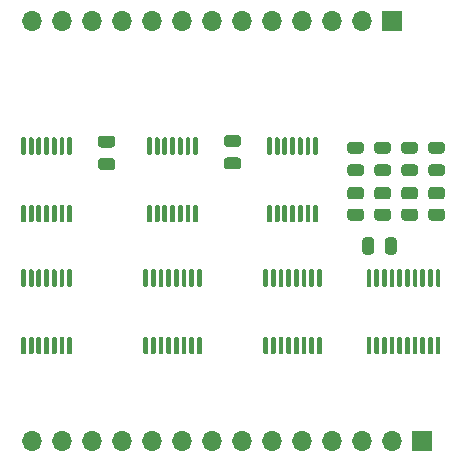
<source format=gbr>
%TF.GenerationSoftware,KiCad,Pcbnew,(5.1.10-1-10_14)*%
%TF.CreationDate,2021-12-17T22:03:29-05:00*%
%TF.ProjectId,Flags Register,466c6167-7320-4526-9567-69737465722e,rev?*%
%TF.SameCoordinates,Original*%
%TF.FileFunction,Soldermask,Top*%
%TF.FilePolarity,Negative*%
%FSLAX46Y46*%
G04 Gerber Fmt 4.6, Leading zero omitted, Abs format (unit mm)*
G04 Created by KiCad (PCBNEW (5.1.10-1-10_14)) date 2021-12-17 22:03:29*
%MOMM*%
%LPD*%
G01*
G04 APERTURE LIST*
%ADD10O,1.700000X1.700000*%
%ADD11R,1.700000X1.700000*%
G04 APERTURE END LIST*
D10*
%TO.C,J1*%
X53086000Y-84328000D03*
X55626000Y-84328000D03*
X58166000Y-84328000D03*
X60706000Y-84328000D03*
X63246000Y-84328000D03*
X65786000Y-84328000D03*
X68326000Y-84328000D03*
X70866000Y-84328000D03*
X73406000Y-84328000D03*
X75946000Y-84328000D03*
X78486000Y-84328000D03*
X81026000Y-84328000D03*
D11*
X83566000Y-84328000D03*
%TD*%
%TO.C,U39*%
G36*
G01*
X73334000Y-95665000D02*
X73134000Y-95665000D01*
G75*
G02*
X73034000Y-95565000I0J100000D01*
G01*
X73034000Y-94290000D01*
G75*
G02*
X73134000Y-94190000I100000J0D01*
G01*
X73334000Y-94190000D01*
G75*
G02*
X73434000Y-94290000I0J-100000D01*
G01*
X73434000Y-95565000D01*
G75*
G02*
X73334000Y-95665000I-100000J0D01*
G01*
G37*
G36*
G01*
X73984000Y-95665000D02*
X73784000Y-95665000D01*
G75*
G02*
X73684000Y-95565000I0J100000D01*
G01*
X73684000Y-94290000D01*
G75*
G02*
X73784000Y-94190000I100000J0D01*
G01*
X73984000Y-94190000D01*
G75*
G02*
X74084000Y-94290000I0J-100000D01*
G01*
X74084000Y-95565000D01*
G75*
G02*
X73984000Y-95665000I-100000J0D01*
G01*
G37*
G36*
G01*
X74634000Y-95665000D02*
X74434000Y-95665000D01*
G75*
G02*
X74334000Y-95565000I0J100000D01*
G01*
X74334000Y-94290000D01*
G75*
G02*
X74434000Y-94190000I100000J0D01*
G01*
X74634000Y-94190000D01*
G75*
G02*
X74734000Y-94290000I0J-100000D01*
G01*
X74734000Y-95565000D01*
G75*
G02*
X74634000Y-95665000I-100000J0D01*
G01*
G37*
G36*
G01*
X75284000Y-95665000D02*
X75084000Y-95665000D01*
G75*
G02*
X74984000Y-95565000I0J100000D01*
G01*
X74984000Y-94290000D01*
G75*
G02*
X75084000Y-94190000I100000J0D01*
G01*
X75284000Y-94190000D01*
G75*
G02*
X75384000Y-94290000I0J-100000D01*
G01*
X75384000Y-95565000D01*
G75*
G02*
X75284000Y-95665000I-100000J0D01*
G01*
G37*
G36*
G01*
X75934000Y-95665000D02*
X75734000Y-95665000D01*
G75*
G02*
X75634000Y-95565000I0J100000D01*
G01*
X75634000Y-94290000D01*
G75*
G02*
X75734000Y-94190000I100000J0D01*
G01*
X75934000Y-94190000D01*
G75*
G02*
X76034000Y-94290000I0J-100000D01*
G01*
X76034000Y-95565000D01*
G75*
G02*
X75934000Y-95665000I-100000J0D01*
G01*
G37*
G36*
G01*
X76584000Y-95665000D02*
X76384000Y-95665000D01*
G75*
G02*
X76284000Y-95565000I0J100000D01*
G01*
X76284000Y-94290000D01*
G75*
G02*
X76384000Y-94190000I100000J0D01*
G01*
X76584000Y-94190000D01*
G75*
G02*
X76684000Y-94290000I0J-100000D01*
G01*
X76684000Y-95565000D01*
G75*
G02*
X76584000Y-95665000I-100000J0D01*
G01*
G37*
G36*
G01*
X77234000Y-95665000D02*
X77034000Y-95665000D01*
G75*
G02*
X76934000Y-95565000I0J100000D01*
G01*
X76934000Y-94290000D01*
G75*
G02*
X77034000Y-94190000I100000J0D01*
G01*
X77234000Y-94190000D01*
G75*
G02*
X77334000Y-94290000I0J-100000D01*
G01*
X77334000Y-95565000D01*
G75*
G02*
X77234000Y-95665000I-100000J0D01*
G01*
G37*
G36*
G01*
X77234000Y-101390000D02*
X77034000Y-101390000D01*
G75*
G02*
X76934000Y-101290000I0J100000D01*
G01*
X76934000Y-100015000D01*
G75*
G02*
X77034000Y-99915000I100000J0D01*
G01*
X77234000Y-99915000D01*
G75*
G02*
X77334000Y-100015000I0J-100000D01*
G01*
X77334000Y-101290000D01*
G75*
G02*
X77234000Y-101390000I-100000J0D01*
G01*
G37*
G36*
G01*
X76584000Y-101390000D02*
X76384000Y-101390000D01*
G75*
G02*
X76284000Y-101290000I0J100000D01*
G01*
X76284000Y-100015000D01*
G75*
G02*
X76384000Y-99915000I100000J0D01*
G01*
X76584000Y-99915000D01*
G75*
G02*
X76684000Y-100015000I0J-100000D01*
G01*
X76684000Y-101290000D01*
G75*
G02*
X76584000Y-101390000I-100000J0D01*
G01*
G37*
G36*
G01*
X75934000Y-101390000D02*
X75734000Y-101390000D01*
G75*
G02*
X75634000Y-101290000I0J100000D01*
G01*
X75634000Y-100015000D01*
G75*
G02*
X75734000Y-99915000I100000J0D01*
G01*
X75934000Y-99915000D01*
G75*
G02*
X76034000Y-100015000I0J-100000D01*
G01*
X76034000Y-101290000D01*
G75*
G02*
X75934000Y-101390000I-100000J0D01*
G01*
G37*
G36*
G01*
X75284000Y-101390000D02*
X75084000Y-101390000D01*
G75*
G02*
X74984000Y-101290000I0J100000D01*
G01*
X74984000Y-100015000D01*
G75*
G02*
X75084000Y-99915000I100000J0D01*
G01*
X75284000Y-99915000D01*
G75*
G02*
X75384000Y-100015000I0J-100000D01*
G01*
X75384000Y-101290000D01*
G75*
G02*
X75284000Y-101390000I-100000J0D01*
G01*
G37*
G36*
G01*
X74634000Y-101390000D02*
X74434000Y-101390000D01*
G75*
G02*
X74334000Y-101290000I0J100000D01*
G01*
X74334000Y-100015000D01*
G75*
G02*
X74434000Y-99915000I100000J0D01*
G01*
X74634000Y-99915000D01*
G75*
G02*
X74734000Y-100015000I0J-100000D01*
G01*
X74734000Y-101290000D01*
G75*
G02*
X74634000Y-101390000I-100000J0D01*
G01*
G37*
G36*
G01*
X73984000Y-101390000D02*
X73784000Y-101390000D01*
G75*
G02*
X73684000Y-101290000I0J100000D01*
G01*
X73684000Y-100015000D01*
G75*
G02*
X73784000Y-99915000I100000J0D01*
G01*
X73984000Y-99915000D01*
G75*
G02*
X74084000Y-100015000I0J-100000D01*
G01*
X74084000Y-101290000D01*
G75*
G02*
X73984000Y-101390000I-100000J0D01*
G01*
G37*
G36*
G01*
X73334000Y-101390000D02*
X73134000Y-101390000D01*
G75*
G02*
X73034000Y-101290000I0J100000D01*
G01*
X73034000Y-100015000D01*
G75*
G02*
X73134000Y-99915000I100000J0D01*
G01*
X73334000Y-99915000D01*
G75*
G02*
X73434000Y-100015000I0J-100000D01*
G01*
X73434000Y-101290000D01*
G75*
G02*
X73334000Y-101390000I-100000J0D01*
G01*
G37*
%TD*%
%TO.C,U38*%
G36*
G01*
X62849000Y-106841000D02*
X62649000Y-106841000D01*
G75*
G02*
X62549000Y-106741000I0J100000D01*
G01*
X62549000Y-105466000D01*
G75*
G02*
X62649000Y-105366000I100000J0D01*
G01*
X62849000Y-105366000D01*
G75*
G02*
X62949000Y-105466000I0J-100000D01*
G01*
X62949000Y-106741000D01*
G75*
G02*
X62849000Y-106841000I-100000J0D01*
G01*
G37*
G36*
G01*
X63499000Y-106841000D02*
X63299000Y-106841000D01*
G75*
G02*
X63199000Y-106741000I0J100000D01*
G01*
X63199000Y-105466000D01*
G75*
G02*
X63299000Y-105366000I100000J0D01*
G01*
X63499000Y-105366000D01*
G75*
G02*
X63599000Y-105466000I0J-100000D01*
G01*
X63599000Y-106741000D01*
G75*
G02*
X63499000Y-106841000I-100000J0D01*
G01*
G37*
G36*
G01*
X64149000Y-106841000D02*
X63949000Y-106841000D01*
G75*
G02*
X63849000Y-106741000I0J100000D01*
G01*
X63849000Y-105466000D01*
G75*
G02*
X63949000Y-105366000I100000J0D01*
G01*
X64149000Y-105366000D01*
G75*
G02*
X64249000Y-105466000I0J-100000D01*
G01*
X64249000Y-106741000D01*
G75*
G02*
X64149000Y-106841000I-100000J0D01*
G01*
G37*
G36*
G01*
X64799000Y-106841000D02*
X64599000Y-106841000D01*
G75*
G02*
X64499000Y-106741000I0J100000D01*
G01*
X64499000Y-105466000D01*
G75*
G02*
X64599000Y-105366000I100000J0D01*
G01*
X64799000Y-105366000D01*
G75*
G02*
X64899000Y-105466000I0J-100000D01*
G01*
X64899000Y-106741000D01*
G75*
G02*
X64799000Y-106841000I-100000J0D01*
G01*
G37*
G36*
G01*
X65449000Y-106841000D02*
X65249000Y-106841000D01*
G75*
G02*
X65149000Y-106741000I0J100000D01*
G01*
X65149000Y-105466000D01*
G75*
G02*
X65249000Y-105366000I100000J0D01*
G01*
X65449000Y-105366000D01*
G75*
G02*
X65549000Y-105466000I0J-100000D01*
G01*
X65549000Y-106741000D01*
G75*
G02*
X65449000Y-106841000I-100000J0D01*
G01*
G37*
G36*
G01*
X66099000Y-106841000D02*
X65899000Y-106841000D01*
G75*
G02*
X65799000Y-106741000I0J100000D01*
G01*
X65799000Y-105466000D01*
G75*
G02*
X65899000Y-105366000I100000J0D01*
G01*
X66099000Y-105366000D01*
G75*
G02*
X66199000Y-105466000I0J-100000D01*
G01*
X66199000Y-106741000D01*
G75*
G02*
X66099000Y-106841000I-100000J0D01*
G01*
G37*
G36*
G01*
X66749000Y-106841000D02*
X66549000Y-106841000D01*
G75*
G02*
X66449000Y-106741000I0J100000D01*
G01*
X66449000Y-105466000D01*
G75*
G02*
X66549000Y-105366000I100000J0D01*
G01*
X66749000Y-105366000D01*
G75*
G02*
X66849000Y-105466000I0J-100000D01*
G01*
X66849000Y-106741000D01*
G75*
G02*
X66749000Y-106841000I-100000J0D01*
G01*
G37*
G36*
G01*
X67399000Y-106841000D02*
X67199000Y-106841000D01*
G75*
G02*
X67099000Y-106741000I0J100000D01*
G01*
X67099000Y-105466000D01*
G75*
G02*
X67199000Y-105366000I100000J0D01*
G01*
X67399000Y-105366000D01*
G75*
G02*
X67499000Y-105466000I0J-100000D01*
G01*
X67499000Y-106741000D01*
G75*
G02*
X67399000Y-106841000I-100000J0D01*
G01*
G37*
G36*
G01*
X67399000Y-112566000D02*
X67199000Y-112566000D01*
G75*
G02*
X67099000Y-112466000I0J100000D01*
G01*
X67099000Y-111191000D01*
G75*
G02*
X67199000Y-111091000I100000J0D01*
G01*
X67399000Y-111091000D01*
G75*
G02*
X67499000Y-111191000I0J-100000D01*
G01*
X67499000Y-112466000D01*
G75*
G02*
X67399000Y-112566000I-100000J0D01*
G01*
G37*
G36*
G01*
X66749000Y-112566000D02*
X66549000Y-112566000D01*
G75*
G02*
X66449000Y-112466000I0J100000D01*
G01*
X66449000Y-111191000D01*
G75*
G02*
X66549000Y-111091000I100000J0D01*
G01*
X66749000Y-111091000D01*
G75*
G02*
X66849000Y-111191000I0J-100000D01*
G01*
X66849000Y-112466000D01*
G75*
G02*
X66749000Y-112566000I-100000J0D01*
G01*
G37*
G36*
G01*
X66099000Y-112566000D02*
X65899000Y-112566000D01*
G75*
G02*
X65799000Y-112466000I0J100000D01*
G01*
X65799000Y-111191000D01*
G75*
G02*
X65899000Y-111091000I100000J0D01*
G01*
X66099000Y-111091000D01*
G75*
G02*
X66199000Y-111191000I0J-100000D01*
G01*
X66199000Y-112466000D01*
G75*
G02*
X66099000Y-112566000I-100000J0D01*
G01*
G37*
G36*
G01*
X65449000Y-112566000D02*
X65249000Y-112566000D01*
G75*
G02*
X65149000Y-112466000I0J100000D01*
G01*
X65149000Y-111191000D01*
G75*
G02*
X65249000Y-111091000I100000J0D01*
G01*
X65449000Y-111091000D01*
G75*
G02*
X65549000Y-111191000I0J-100000D01*
G01*
X65549000Y-112466000D01*
G75*
G02*
X65449000Y-112566000I-100000J0D01*
G01*
G37*
G36*
G01*
X64799000Y-112566000D02*
X64599000Y-112566000D01*
G75*
G02*
X64499000Y-112466000I0J100000D01*
G01*
X64499000Y-111191000D01*
G75*
G02*
X64599000Y-111091000I100000J0D01*
G01*
X64799000Y-111091000D01*
G75*
G02*
X64899000Y-111191000I0J-100000D01*
G01*
X64899000Y-112466000D01*
G75*
G02*
X64799000Y-112566000I-100000J0D01*
G01*
G37*
G36*
G01*
X64149000Y-112566000D02*
X63949000Y-112566000D01*
G75*
G02*
X63849000Y-112466000I0J100000D01*
G01*
X63849000Y-111191000D01*
G75*
G02*
X63949000Y-111091000I100000J0D01*
G01*
X64149000Y-111091000D01*
G75*
G02*
X64249000Y-111191000I0J-100000D01*
G01*
X64249000Y-112466000D01*
G75*
G02*
X64149000Y-112566000I-100000J0D01*
G01*
G37*
G36*
G01*
X63499000Y-112566000D02*
X63299000Y-112566000D01*
G75*
G02*
X63199000Y-112466000I0J100000D01*
G01*
X63199000Y-111191000D01*
G75*
G02*
X63299000Y-111091000I100000J0D01*
G01*
X63499000Y-111091000D01*
G75*
G02*
X63599000Y-111191000I0J-100000D01*
G01*
X63599000Y-112466000D01*
G75*
G02*
X63499000Y-112566000I-100000J0D01*
G01*
G37*
G36*
G01*
X62849000Y-112566000D02*
X62649000Y-112566000D01*
G75*
G02*
X62549000Y-112466000I0J100000D01*
G01*
X62549000Y-111191000D01*
G75*
G02*
X62649000Y-111091000I100000J0D01*
G01*
X62849000Y-111091000D01*
G75*
G02*
X62949000Y-111191000I0J-100000D01*
G01*
X62949000Y-112466000D01*
G75*
G02*
X62849000Y-112566000I-100000J0D01*
G01*
G37*
%TD*%
%TO.C,U37*%
G36*
G01*
X63174000Y-95665000D02*
X62974000Y-95665000D01*
G75*
G02*
X62874000Y-95565000I0J100000D01*
G01*
X62874000Y-94290000D01*
G75*
G02*
X62974000Y-94190000I100000J0D01*
G01*
X63174000Y-94190000D01*
G75*
G02*
X63274000Y-94290000I0J-100000D01*
G01*
X63274000Y-95565000D01*
G75*
G02*
X63174000Y-95665000I-100000J0D01*
G01*
G37*
G36*
G01*
X63824000Y-95665000D02*
X63624000Y-95665000D01*
G75*
G02*
X63524000Y-95565000I0J100000D01*
G01*
X63524000Y-94290000D01*
G75*
G02*
X63624000Y-94190000I100000J0D01*
G01*
X63824000Y-94190000D01*
G75*
G02*
X63924000Y-94290000I0J-100000D01*
G01*
X63924000Y-95565000D01*
G75*
G02*
X63824000Y-95665000I-100000J0D01*
G01*
G37*
G36*
G01*
X64474000Y-95665000D02*
X64274000Y-95665000D01*
G75*
G02*
X64174000Y-95565000I0J100000D01*
G01*
X64174000Y-94290000D01*
G75*
G02*
X64274000Y-94190000I100000J0D01*
G01*
X64474000Y-94190000D01*
G75*
G02*
X64574000Y-94290000I0J-100000D01*
G01*
X64574000Y-95565000D01*
G75*
G02*
X64474000Y-95665000I-100000J0D01*
G01*
G37*
G36*
G01*
X65124000Y-95665000D02*
X64924000Y-95665000D01*
G75*
G02*
X64824000Y-95565000I0J100000D01*
G01*
X64824000Y-94290000D01*
G75*
G02*
X64924000Y-94190000I100000J0D01*
G01*
X65124000Y-94190000D01*
G75*
G02*
X65224000Y-94290000I0J-100000D01*
G01*
X65224000Y-95565000D01*
G75*
G02*
X65124000Y-95665000I-100000J0D01*
G01*
G37*
G36*
G01*
X65774000Y-95665000D02*
X65574000Y-95665000D01*
G75*
G02*
X65474000Y-95565000I0J100000D01*
G01*
X65474000Y-94290000D01*
G75*
G02*
X65574000Y-94190000I100000J0D01*
G01*
X65774000Y-94190000D01*
G75*
G02*
X65874000Y-94290000I0J-100000D01*
G01*
X65874000Y-95565000D01*
G75*
G02*
X65774000Y-95665000I-100000J0D01*
G01*
G37*
G36*
G01*
X66424000Y-95665000D02*
X66224000Y-95665000D01*
G75*
G02*
X66124000Y-95565000I0J100000D01*
G01*
X66124000Y-94290000D01*
G75*
G02*
X66224000Y-94190000I100000J0D01*
G01*
X66424000Y-94190000D01*
G75*
G02*
X66524000Y-94290000I0J-100000D01*
G01*
X66524000Y-95565000D01*
G75*
G02*
X66424000Y-95665000I-100000J0D01*
G01*
G37*
G36*
G01*
X67074000Y-95665000D02*
X66874000Y-95665000D01*
G75*
G02*
X66774000Y-95565000I0J100000D01*
G01*
X66774000Y-94290000D01*
G75*
G02*
X66874000Y-94190000I100000J0D01*
G01*
X67074000Y-94190000D01*
G75*
G02*
X67174000Y-94290000I0J-100000D01*
G01*
X67174000Y-95565000D01*
G75*
G02*
X67074000Y-95665000I-100000J0D01*
G01*
G37*
G36*
G01*
X67074000Y-101390000D02*
X66874000Y-101390000D01*
G75*
G02*
X66774000Y-101290000I0J100000D01*
G01*
X66774000Y-100015000D01*
G75*
G02*
X66874000Y-99915000I100000J0D01*
G01*
X67074000Y-99915000D01*
G75*
G02*
X67174000Y-100015000I0J-100000D01*
G01*
X67174000Y-101290000D01*
G75*
G02*
X67074000Y-101390000I-100000J0D01*
G01*
G37*
G36*
G01*
X66424000Y-101390000D02*
X66224000Y-101390000D01*
G75*
G02*
X66124000Y-101290000I0J100000D01*
G01*
X66124000Y-100015000D01*
G75*
G02*
X66224000Y-99915000I100000J0D01*
G01*
X66424000Y-99915000D01*
G75*
G02*
X66524000Y-100015000I0J-100000D01*
G01*
X66524000Y-101290000D01*
G75*
G02*
X66424000Y-101390000I-100000J0D01*
G01*
G37*
G36*
G01*
X65774000Y-101390000D02*
X65574000Y-101390000D01*
G75*
G02*
X65474000Y-101290000I0J100000D01*
G01*
X65474000Y-100015000D01*
G75*
G02*
X65574000Y-99915000I100000J0D01*
G01*
X65774000Y-99915000D01*
G75*
G02*
X65874000Y-100015000I0J-100000D01*
G01*
X65874000Y-101290000D01*
G75*
G02*
X65774000Y-101390000I-100000J0D01*
G01*
G37*
G36*
G01*
X65124000Y-101390000D02*
X64924000Y-101390000D01*
G75*
G02*
X64824000Y-101290000I0J100000D01*
G01*
X64824000Y-100015000D01*
G75*
G02*
X64924000Y-99915000I100000J0D01*
G01*
X65124000Y-99915000D01*
G75*
G02*
X65224000Y-100015000I0J-100000D01*
G01*
X65224000Y-101290000D01*
G75*
G02*
X65124000Y-101390000I-100000J0D01*
G01*
G37*
G36*
G01*
X64474000Y-101390000D02*
X64274000Y-101390000D01*
G75*
G02*
X64174000Y-101290000I0J100000D01*
G01*
X64174000Y-100015000D01*
G75*
G02*
X64274000Y-99915000I100000J0D01*
G01*
X64474000Y-99915000D01*
G75*
G02*
X64574000Y-100015000I0J-100000D01*
G01*
X64574000Y-101290000D01*
G75*
G02*
X64474000Y-101390000I-100000J0D01*
G01*
G37*
G36*
G01*
X63824000Y-101390000D02*
X63624000Y-101390000D01*
G75*
G02*
X63524000Y-101290000I0J100000D01*
G01*
X63524000Y-100015000D01*
G75*
G02*
X63624000Y-99915000I100000J0D01*
G01*
X63824000Y-99915000D01*
G75*
G02*
X63924000Y-100015000I0J-100000D01*
G01*
X63924000Y-101290000D01*
G75*
G02*
X63824000Y-101390000I-100000J0D01*
G01*
G37*
G36*
G01*
X63174000Y-101390000D02*
X62974000Y-101390000D01*
G75*
G02*
X62874000Y-101290000I0J100000D01*
G01*
X62874000Y-100015000D01*
G75*
G02*
X62974000Y-99915000I100000J0D01*
G01*
X63174000Y-99915000D01*
G75*
G02*
X63274000Y-100015000I0J-100000D01*
G01*
X63274000Y-101290000D01*
G75*
G02*
X63174000Y-101390000I-100000J0D01*
G01*
G37*
%TD*%
%TO.C,U36*%
G36*
G01*
X52506000Y-106841000D02*
X52306000Y-106841000D01*
G75*
G02*
X52206000Y-106741000I0J100000D01*
G01*
X52206000Y-105466000D01*
G75*
G02*
X52306000Y-105366000I100000J0D01*
G01*
X52506000Y-105366000D01*
G75*
G02*
X52606000Y-105466000I0J-100000D01*
G01*
X52606000Y-106741000D01*
G75*
G02*
X52506000Y-106841000I-100000J0D01*
G01*
G37*
G36*
G01*
X53156000Y-106841000D02*
X52956000Y-106841000D01*
G75*
G02*
X52856000Y-106741000I0J100000D01*
G01*
X52856000Y-105466000D01*
G75*
G02*
X52956000Y-105366000I100000J0D01*
G01*
X53156000Y-105366000D01*
G75*
G02*
X53256000Y-105466000I0J-100000D01*
G01*
X53256000Y-106741000D01*
G75*
G02*
X53156000Y-106841000I-100000J0D01*
G01*
G37*
G36*
G01*
X53806000Y-106841000D02*
X53606000Y-106841000D01*
G75*
G02*
X53506000Y-106741000I0J100000D01*
G01*
X53506000Y-105466000D01*
G75*
G02*
X53606000Y-105366000I100000J0D01*
G01*
X53806000Y-105366000D01*
G75*
G02*
X53906000Y-105466000I0J-100000D01*
G01*
X53906000Y-106741000D01*
G75*
G02*
X53806000Y-106841000I-100000J0D01*
G01*
G37*
G36*
G01*
X54456000Y-106841000D02*
X54256000Y-106841000D01*
G75*
G02*
X54156000Y-106741000I0J100000D01*
G01*
X54156000Y-105466000D01*
G75*
G02*
X54256000Y-105366000I100000J0D01*
G01*
X54456000Y-105366000D01*
G75*
G02*
X54556000Y-105466000I0J-100000D01*
G01*
X54556000Y-106741000D01*
G75*
G02*
X54456000Y-106841000I-100000J0D01*
G01*
G37*
G36*
G01*
X55106000Y-106841000D02*
X54906000Y-106841000D01*
G75*
G02*
X54806000Y-106741000I0J100000D01*
G01*
X54806000Y-105466000D01*
G75*
G02*
X54906000Y-105366000I100000J0D01*
G01*
X55106000Y-105366000D01*
G75*
G02*
X55206000Y-105466000I0J-100000D01*
G01*
X55206000Y-106741000D01*
G75*
G02*
X55106000Y-106841000I-100000J0D01*
G01*
G37*
G36*
G01*
X55756000Y-106841000D02*
X55556000Y-106841000D01*
G75*
G02*
X55456000Y-106741000I0J100000D01*
G01*
X55456000Y-105466000D01*
G75*
G02*
X55556000Y-105366000I100000J0D01*
G01*
X55756000Y-105366000D01*
G75*
G02*
X55856000Y-105466000I0J-100000D01*
G01*
X55856000Y-106741000D01*
G75*
G02*
X55756000Y-106841000I-100000J0D01*
G01*
G37*
G36*
G01*
X56406000Y-106841000D02*
X56206000Y-106841000D01*
G75*
G02*
X56106000Y-106741000I0J100000D01*
G01*
X56106000Y-105466000D01*
G75*
G02*
X56206000Y-105366000I100000J0D01*
G01*
X56406000Y-105366000D01*
G75*
G02*
X56506000Y-105466000I0J-100000D01*
G01*
X56506000Y-106741000D01*
G75*
G02*
X56406000Y-106841000I-100000J0D01*
G01*
G37*
G36*
G01*
X56406000Y-112566000D02*
X56206000Y-112566000D01*
G75*
G02*
X56106000Y-112466000I0J100000D01*
G01*
X56106000Y-111191000D01*
G75*
G02*
X56206000Y-111091000I100000J0D01*
G01*
X56406000Y-111091000D01*
G75*
G02*
X56506000Y-111191000I0J-100000D01*
G01*
X56506000Y-112466000D01*
G75*
G02*
X56406000Y-112566000I-100000J0D01*
G01*
G37*
G36*
G01*
X55756000Y-112566000D02*
X55556000Y-112566000D01*
G75*
G02*
X55456000Y-112466000I0J100000D01*
G01*
X55456000Y-111191000D01*
G75*
G02*
X55556000Y-111091000I100000J0D01*
G01*
X55756000Y-111091000D01*
G75*
G02*
X55856000Y-111191000I0J-100000D01*
G01*
X55856000Y-112466000D01*
G75*
G02*
X55756000Y-112566000I-100000J0D01*
G01*
G37*
G36*
G01*
X55106000Y-112566000D02*
X54906000Y-112566000D01*
G75*
G02*
X54806000Y-112466000I0J100000D01*
G01*
X54806000Y-111191000D01*
G75*
G02*
X54906000Y-111091000I100000J0D01*
G01*
X55106000Y-111091000D01*
G75*
G02*
X55206000Y-111191000I0J-100000D01*
G01*
X55206000Y-112466000D01*
G75*
G02*
X55106000Y-112566000I-100000J0D01*
G01*
G37*
G36*
G01*
X54456000Y-112566000D02*
X54256000Y-112566000D01*
G75*
G02*
X54156000Y-112466000I0J100000D01*
G01*
X54156000Y-111191000D01*
G75*
G02*
X54256000Y-111091000I100000J0D01*
G01*
X54456000Y-111091000D01*
G75*
G02*
X54556000Y-111191000I0J-100000D01*
G01*
X54556000Y-112466000D01*
G75*
G02*
X54456000Y-112566000I-100000J0D01*
G01*
G37*
G36*
G01*
X53806000Y-112566000D02*
X53606000Y-112566000D01*
G75*
G02*
X53506000Y-112466000I0J100000D01*
G01*
X53506000Y-111191000D01*
G75*
G02*
X53606000Y-111091000I100000J0D01*
G01*
X53806000Y-111091000D01*
G75*
G02*
X53906000Y-111191000I0J-100000D01*
G01*
X53906000Y-112466000D01*
G75*
G02*
X53806000Y-112566000I-100000J0D01*
G01*
G37*
G36*
G01*
X53156000Y-112566000D02*
X52956000Y-112566000D01*
G75*
G02*
X52856000Y-112466000I0J100000D01*
G01*
X52856000Y-111191000D01*
G75*
G02*
X52956000Y-111091000I100000J0D01*
G01*
X53156000Y-111091000D01*
G75*
G02*
X53256000Y-111191000I0J-100000D01*
G01*
X53256000Y-112466000D01*
G75*
G02*
X53156000Y-112566000I-100000J0D01*
G01*
G37*
G36*
G01*
X52506000Y-112566000D02*
X52306000Y-112566000D01*
G75*
G02*
X52206000Y-112466000I0J100000D01*
G01*
X52206000Y-111191000D01*
G75*
G02*
X52306000Y-111091000I100000J0D01*
G01*
X52506000Y-111091000D01*
G75*
G02*
X52606000Y-111191000I0J-100000D01*
G01*
X52606000Y-112466000D01*
G75*
G02*
X52506000Y-112566000I-100000J0D01*
G01*
G37*
%TD*%
%TO.C,U35*%
G36*
G01*
X52506000Y-95665000D02*
X52306000Y-95665000D01*
G75*
G02*
X52206000Y-95565000I0J100000D01*
G01*
X52206000Y-94290000D01*
G75*
G02*
X52306000Y-94190000I100000J0D01*
G01*
X52506000Y-94190000D01*
G75*
G02*
X52606000Y-94290000I0J-100000D01*
G01*
X52606000Y-95565000D01*
G75*
G02*
X52506000Y-95665000I-100000J0D01*
G01*
G37*
G36*
G01*
X53156000Y-95665000D02*
X52956000Y-95665000D01*
G75*
G02*
X52856000Y-95565000I0J100000D01*
G01*
X52856000Y-94290000D01*
G75*
G02*
X52956000Y-94190000I100000J0D01*
G01*
X53156000Y-94190000D01*
G75*
G02*
X53256000Y-94290000I0J-100000D01*
G01*
X53256000Y-95565000D01*
G75*
G02*
X53156000Y-95665000I-100000J0D01*
G01*
G37*
G36*
G01*
X53806000Y-95665000D02*
X53606000Y-95665000D01*
G75*
G02*
X53506000Y-95565000I0J100000D01*
G01*
X53506000Y-94290000D01*
G75*
G02*
X53606000Y-94190000I100000J0D01*
G01*
X53806000Y-94190000D01*
G75*
G02*
X53906000Y-94290000I0J-100000D01*
G01*
X53906000Y-95565000D01*
G75*
G02*
X53806000Y-95665000I-100000J0D01*
G01*
G37*
G36*
G01*
X54456000Y-95665000D02*
X54256000Y-95665000D01*
G75*
G02*
X54156000Y-95565000I0J100000D01*
G01*
X54156000Y-94290000D01*
G75*
G02*
X54256000Y-94190000I100000J0D01*
G01*
X54456000Y-94190000D01*
G75*
G02*
X54556000Y-94290000I0J-100000D01*
G01*
X54556000Y-95565000D01*
G75*
G02*
X54456000Y-95665000I-100000J0D01*
G01*
G37*
G36*
G01*
X55106000Y-95665000D02*
X54906000Y-95665000D01*
G75*
G02*
X54806000Y-95565000I0J100000D01*
G01*
X54806000Y-94290000D01*
G75*
G02*
X54906000Y-94190000I100000J0D01*
G01*
X55106000Y-94190000D01*
G75*
G02*
X55206000Y-94290000I0J-100000D01*
G01*
X55206000Y-95565000D01*
G75*
G02*
X55106000Y-95665000I-100000J0D01*
G01*
G37*
G36*
G01*
X55756000Y-95665000D02*
X55556000Y-95665000D01*
G75*
G02*
X55456000Y-95565000I0J100000D01*
G01*
X55456000Y-94290000D01*
G75*
G02*
X55556000Y-94190000I100000J0D01*
G01*
X55756000Y-94190000D01*
G75*
G02*
X55856000Y-94290000I0J-100000D01*
G01*
X55856000Y-95565000D01*
G75*
G02*
X55756000Y-95665000I-100000J0D01*
G01*
G37*
G36*
G01*
X56406000Y-95665000D02*
X56206000Y-95665000D01*
G75*
G02*
X56106000Y-95565000I0J100000D01*
G01*
X56106000Y-94290000D01*
G75*
G02*
X56206000Y-94190000I100000J0D01*
G01*
X56406000Y-94190000D01*
G75*
G02*
X56506000Y-94290000I0J-100000D01*
G01*
X56506000Y-95565000D01*
G75*
G02*
X56406000Y-95665000I-100000J0D01*
G01*
G37*
G36*
G01*
X56406000Y-101390000D02*
X56206000Y-101390000D01*
G75*
G02*
X56106000Y-101290000I0J100000D01*
G01*
X56106000Y-100015000D01*
G75*
G02*
X56206000Y-99915000I100000J0D01*
G01*
X56406000Y-99915000D01*
G75*
G02*
X56506000Y-100015000I0J-100000D01*
G01*
X56506000Y-101290000D01*
G75*
G02*
X56406000Y-101390000I-100000J0D01*
G01*
G37*
G36*
G01*
X55756000Y-101390000D02*
X55556000Y-101390000D01*
G75*
G02*
X55456000Y-101290000I0J100000D01*
G01*
X55456000Y-100015000D01*
G75*
G02*
X55556000Y-99915000I100000J0D01*
G01*
X55756000Y-99915000D01*
G75*
G02*
X55856000Y-100015000I0J-100000D01*
G01*
X55856000Y-101290000D01*
G75*
G02*
X55756000Y-101390000I-100000J0D01*
G01*
G37*
G36*
G01*
X55106000Y-101390000D02*
X54906000Y-101390000D01*
G75*
G02*
X54806000Y-101290000I0J100000D01*
G01*
X54806000Y-100015000D01*
G75*
G02*
X54906000Y-99915000I100000J0D01*
G01*
X55106000Y-99915000D01*
G75*
G02*
X55206000Y-100015000I0J-100000D01*
G01*
X55206000Y-101290000D01*
G75*
G02*
X55106000Y-101390000I-100000J0D01*
G01*
G37*
G36*
G01*
X54456000Y-101390000D02*
X54256000Y-101390000D01*
G75*
G02*
X54156000Y-101290000I0J100000D01*
G01*
X54156000Y-100015000D01*
G75*
G02*
X54256000Y-99915000I100000J0D01*
G01*
X54456000Y-99915000D01*
G75*
G02*
X54556000Y-100015000I0J-100000D01*
G01*
X54556000Y-101290000D01*
G75*
G02*
X54456000Y-101390000I-100000J0D01*
G01*
G37*
G36*
G01*
X53806000Y-101390000D02*
X53606000Y-101390000D01*
G75*
G02*
X53506000Y-101290000I0J100000D01*
G01*
X53506000Y-100015000D01*
G75*
G02*
X53606000Y-99915000I100000J0D01*
G01*
X53806000Y-99915000D01*
G75*
G02*
X53906000Y-100015000I0J-100000D01*
G01*
X53906000Y-101290000D01*
G75*
G02*
X53806000Y-101390000I-100000J0D01*
G01*
G37*
G36*
G01*
X53156000Y-101390000D02*
X52956000Y-101390000D01*
G75*
G02*
X52856000Y-101290000I0J100000D01*
G01*
X52856000Y-100015000D01*
G75*
G02*
X52956000Y-99915000I100000J0D01*
G01*
X53156000Y-99915000D01*
G75*
G02*
X53256000Y-100015000I0J-100000D01*
G01*
X53256000Y-101290000D01*
G75*
G02*
X53156000Y-101390000I-100000J0D01*
G01*
G37*
G36*
G01*
X52506000Y-101390000D02*
X52306000Y-101390000D01*
G75*
G02*
X52206000Y-101290000I0J100000D01*
G01*
X52206000Y-100015000D01*
G75*
G02*
X52306000Y-99915000I100000J0D01*
G01*
X52506000Y-99915000D01*
G75*
G02*
X52606000Y-100015000I0J-100000D01*
G01*
X52606000Y-101290000D01*
G75*
G02*
X52506000Y-101390000I-100000J0D01*
G01*
G37*
%TD*%
%TO.C,U2*%
G36*
G01*
X87407000Y-111091000D02*
X87607000Y-111091000D01*
G75*
G02*
X87707000Y-111191000I0J-100000D01*
G01*
X87707000Y-112466000D01*
G75*
G02*
X87607000Y-112566000I-100000J0D01*
G01*
X87407000Y-112566000D01*
G75*
G02*
X87307000Y-112466000I0J100000D01*
G01*
X87307000Y-111191000D01*
G75*
G02*
X87407000Y-111091000I100000J0D01*
G01*
G37*
G36*
G01*
X86757000Y-111091000D02*
X86957000Y-111091000D01*
G75*
G02*
X87057000Y-111191000I0J-100000D01*
G01*
X87057000Y-112466000D01*
G75*
G02*
X86957000Y-112566000I-100000J0D01*
G01*
X86757000Y-112566000D01*
G75*
G02*
X86657000Y-112466000I0J100000D01*
G01*
X86657000Y-111191000D01*
G75*
G02*
X86757000Y-111091000I100000J0D01*
G01*
G37*
G36*
G01*
X86107000Y-111091000D02*
X86307000Y-111091000D01*
G75*
G02*
X86407000Y-111191000I0J-100000D01*
G01*
X86407000Y-112466000D01*
G75*
G02*
X86307000Y-112566000I-100000J0D01*
G01*
X86107000Y-112566000D01*
G75*
G02*
X86007000Y-112466000I0J100000D01*
G01*
X86007000Y-111191000D01*
G75*
G02*
X86107000Y-111091000I100000J0D01*
G01*
G37*
G36*
G01*
X85457000Y-111091000D02*
X85657000Y-111091000D01*
G75*
G02*
X85757000Y-111191000I0J-100000D01*
G01*
X85757000Y-112466000D01*
G75*
G02*
X85657000Y-112566000I-100000J0D01*
G01*
X85457000Y-112566000D01*
G75*
G02*
X85357000Y-112466000I0J100000D01*
G01*
X85357000Y-111191000D01*
G75*
G02*
X85457000Y-111091000I100000J0D01*
G01*
G37*
G36*
G01*
X84807000Y-111091000D02*
X85007000Y-111091000D01*
G75*
G02*
X85107000Y-111191000I0J-100000D01*
G01*
X85107000Y-112466000D01*
G75*
G02*
X85007000Y-112566000I-100000J0D01*
G01*
X84807000Y-112566000D01*
G75*
G02*
X84707000Y-112466000I0J100000D01*
G01*
X84707000Y-111191000D01*
G75*
G02*
X84807000Y-111091000I100000J0D01*
G01*
G37*
G36*
G01*
X84157000Y-111091000D02*
X84357000Y-111091000D01*
G75*
G02*
X84457000Y-111191000I0J-100000D01*
G01*
X84457000Y-112466000D01*
G75*
G02*
X84357000Y-112566000I-100000J0D01*
G01*
X84157000Y-112566000D01*
G75*
G02*
X84057000Y-112466000I0J100000D01*
G01*
X84057000Y-111191000D01*
G75*
G02*
X84157000Y-111091000I100000J0D01*
G01*
G37*
G36*
G01*
X83507000Y-111091000D02*
X83707000Y-111091000D01*
G75*
G02*
X83807000Y-111191000I0J-100000D01*
G01*
X83807000Y-112466000D01*
G75*
G02*
X83707000Y-112566000I-100000J0D01*
G01*
X83507000Y-112566000D01*
G75*
G02*
X83407000Y-112466000I0J100000D01*
G01*
X83407000Y-111191000D01*
G75*
G02*
X83507000Y-111091000I100000J0D01*
G01*
G37*
G36*
G01*
X82857000Y-111091000D02*
X83057000Y-111091000D01*
G75*
G02*
X83157000Y-111191000I0J-100000D01*
G01*
X83157000Y-112466000D01*
G75*
G02*
X83057000Y-112566000I-100000J0D01*
G01*
X82857000Y-112566000D01*
G75*
G02*
X82757000Y-112466000I0J100000D01*
G01*
X82757000Y-111191000D01*
G75*
G02*
X82857000Y-111091000I100000J0D01*
G01*
G37*
G36*
G01*
X82207000Y-111091000D02*
X82407000Y-111091000D01*
G75*
G02*
X82507000Y-111191000I0J-100000D01*
G01*
X82507000Y-112466000D01*
G75*
G02*
X82407000Y-112566000I-100000J0D01*
G01*
X82207000Y-112566000D01*
G75*
G02*
X82107000Y-112466000I0J100000D01*
G01*
X82107000Y-111191000D01*
G75*
G02*
X82207000Y-111091000I100000J0D01*
G01*
G37*
G36*
G01*
X81557000Y-111091000D02*
X81757000Y-111091000D01*
G75*
G02*
X81857000Y-111191000I0J-100000D01*
G01*
X81857000Y-112466000D01*
G75*
G02*
X81757000Y-112566000I-100000J0D01*
G01*
X81557000Y-112566000D01*
G75*
G02*
X81457000Y-112466000I0J100000D01*
G01*
X81457000Y-111191000D01*
G75*
G02*
X81557000Y-111091000I100000J0D01*
G01*
G37*
G36*
G01*
X81557000Y-105366000D02*
X81757000Y-105366000D01*
G75*
G02*
X81857000Y-105466000I0J-100000D01*
G01*
X81857000Y-106741000D01*
G75*
G02*
X81757000Y-106841000I-100000J0D01*
G01*
X81557000Y-106841000D01*
G75*
G02*
X81457000Y-106741000I0J100000D01*
G01*
X81457000Y-105466000D01*
G75*
G02*
X81557000Y-105366000I100000J0D01*
G01*
G37*
G36*
G01*
X82207000Y-105366000D02*
X82407000Y-105366000D01*
G75*
G02*
X82507000Y-105466000I0J-100000D01*
G01*
X82507000Y-106741000D01*
G75*
G02*
X82407000Y-106841000I-100000J0D01*
G01*
X82207000Y-106841000D01*
G75*
G02*
X82107000Y-106741000I0J100000D01*
G01*
X82107000Y-105466000D01*
G75*
G02*
X82207000Y-105366000I100000J0D01*
G01*
G37*
G36*
G01*
X82857000Y-105366000D02*
X83057000Y-105366000D01*
G75*
G02*
X83157000Y-105466000I0J-100000D01*
G01*
X83157000Y-106741000D01*
G75*
G02*
X83057000Y-106841000I-100000J0D01*
G01*
X82857000Y-106841000D01*
G75*
G02*
X82757000Y-106741000I0J100000D01*
G01*
X82757000Y-105466000D01*
G75*
G02*
X82857000Y-105366000I100000J0D01*
G01*
G37*
G36*
G01*
X83507000Y-105366000D02*
X83707000Y-105366000D01*
G75*
G02*
X83807000Y-105466000I0J-100000D01*
G01*
X83807000Y-106741000D01*
G75*
G02*
X83707000Y-106841000I-100000J0D01*
G01*
X83507000Y-106841000D01*
G75*
G02*
X83407000Y-106741000I0J100000D01*
G01*
X83407000Y-105466000D01*
G75*
G02*
X83507000Y-105366000I100000J0D01*
G01*
G37*
G36*
G01*
X84157000Y-105366000D02*
X84357000Y-105366000D01*
G75*
G02*
X84457000Y-105466000I0J-100000D01*
G01*
X84457000Y-106741000D01*
G75*
G02*
X84357000Y-106841000I-100000J0D01*
G01*
X84157000Y-106841000D01*
G75*
G02*
X84057000Y-106741000I0J100000D01*
G01*
X84057000Y-105466000D01*
G75*
G02*
X84157000Y-105366000I100000J0D01*
G01*
G37*
G36*
G01*
X84807000Y-105366000D02*
X85007000Y-105366000D01*
G75*
G02*
X85107000Y-105466000I0J-100000D01*
G01*
X85107000Y-106741000D01*
G75*
G02*
X85007000Y-106841000I-100000J0D01*
G01*
X84807000Y-106841000D01*
G75*
G02*
X84707000Y-106741000I0J100000D01*
G01*
X84707000Y-105466000D01*
G75*
G02*
X84807000Y-105366000I100000J0D01*
G01*
G37*
G36*
G01*
X85457000Y-105366000D02*
X85657000Y-105366000D01*
G75*
G02*
X85757000Y-105466000I0J-100000D01*
G01*
X85757000Y-106741000D01*
G75*
G02*
X85657000Y-106841000I-100000J0D01*
G01*
X85457000Y-106841000D01*
G75*
G02*
X85357000Y-106741000I0J100000D01*
G01*
X85357000Y-105466000D01*
G75*
G02*
X85457000Y-105366000I100000J0D01*
G01*
G37*
G36*
G01*
X86107000Y-105366000D02*
X86307000Y-105366000D01*
G75*
G02*
X86407000Y-105466000I0J-100000D01*
G01*
X86407000Y-106741000D01*
G75*
G02*
X86307000Y-106841000I-100000J0D01*
G01*
X86107000Y-106841000D01*
G75*
G02*
X86007000Y-106741000I0J100000D01*
G01*
X86007000Y-105466000D01*
G75*
G02*
X86107000Y-105366000I100000J0D01*
G01*
G37*
G36*
G01*
X86757000Y-105366000D02*
X86957000Y-105366000D01*
G75*
G02*
X87057000Y-105466000I0J-100000D01*
G01*
X87057000Y-106741000D01*
G75*
G02*
X86957000Y-106841000I-100000J0D01*
G01*
X86757000Y-106841000D01*
G75*
G02*
X86657000Y-106741000I0J100000D01*
G01*
X86657000Y-105466000D01*
G75*
G02*
X86757000Y-105366000I100000J0D01*
G01*
G37*
G36*
G01*
X87407000Y-105366000D02*
X87607000Y-105366000D01*
G75*
G02*
X87707000Y-105466000I0J-100000D01*
G01*
X87707000Y-106741000D01*
G75*
G02*
X87607000Y-106841000I-100000J0D01*
G01*
X87407000Y-106841000D01*
G75*
G02*
X87307000Y-106741000I0J100000D01*
G01*
X87307000Y-105466000D01*
G75*
G02*
X87407000Y-105366000I100000J0D01*
G01*
G37*
%TD*%
%TO.C,U1*%
G36*
G01*
X73009000Y-106841000D02*
X72809000Y-106841000D01*
G75*
G02*
X72709000Y-106741000I0J100000D01*
G01*
X72709000Y-105466000D01*
G75*
G02*
X72809000Y-105366000I100000J0D01*
G01*
X73009000Y-105366000D01*
G75*
G02*
X73109000Y-105466000I0J-100000D01*
G01*
X73109000Y-106741000D01*
G75*
G02*
X73009000Y-106841000I-100000J0D01*
G01*
G37*
G36*
G01*
X73659000Y-106841000D02*
X73459000Y-106841000D01*
G75*
G02*
X73359000Y-106741000I0J100000D01*
G01*
X73359000Y-105466000D01*
G75*
G02*
X73459000Y-105366000I100000J0D01*
G01*
X73659000Y-105366000D01*
G75*
G02*
X73759000Y-105466000I0J-100000D01*
G01*
X73759000Y-106741000D01*
G75*
G02*
X73659000Y-106841000I-100000J0D01*
G01*
G37*
G36*
G01*
X74309000Y-106841000D02*
X74109000Y-106841000D01*
G75*
G02*
X74009000Y-106741000I0J100000D01*
G01*
X74009000Y-105466000D01*
G75*
G02*
X74109000Y-105366000I100000J0D01*
G01*
X74309000Y-105366000D01*
G75*
G02*
X74409000Y-105466000I0J-100000D01*
G01*
X74409000Y-106741000D01*
G75*
G02*
X74309000Y-106841000I-100000J0D01*
G01*
G37*
G36*
G01*
X74959000Y-106841000D02*
X74759000Y-106841000D01*
G75*
G02*
X74659000Y-106741000I0J100000D01*
G01*
X74659000Y-105466000D01*
G75*
G02*
X74759000Y-105366000I100000J0D01*
G01*
X74959000Y-105366000D01*
G75*
G02*
X75059000Y-105466000I0J-100000D01*
G01*
X75059000Y-106741000D01*
G75*
G02*
X74959000Y-106841000I-100000J0D01*
G01*
G37*
G36*
G01*
X75609000Y-106841000D02*
X75409000Y-106841000D01*
G75*
G02*
X75309000Y-106741000I0J100000D01*
G01*
X75309000Y-105466000D01*
G75*
G02*
X75409000Y-105366000I100000J0D01*
G01*
X75609000Y-105366000D01*
G75*
G02*
X75709000Y-105466000I0J-100000D01*
G01*
X75709000Y-106741000D01*
G75*
G02*
X75609000Y-106841000I-100000J0D01*
G01*
G37*
G36*
G01*
X76259000Y-106841000D02*
X76059000Y-106841000D01*
G75*
G02*
X75959000Y-106741000I0J100000D01*
G01*
X75959000Y-105466000D01*
G75*
G02*
X76059000Y-105366000I100000J0D01*
G01*
X76259000Y-105366000D01*
G75*
G02*
X76359000Y-105466000I0J-100000D01*
G01*
X76359000Y-106741000D01*
G75*
G02*
X76259000Y-106841000I-100000J0D01*
G01*
G37*
G36*
G01*
X76909000Y-106841000D02*
X76709000Y-106841000D01*
G75*
G02*
X76609000Y-106741000I0J100000D01*
G01*
X76609000Y-105466000D01*
G75*
G02*
X76709000Y-105366000I100000J0D01*
G01*
X76909000Y-105366000D01*
G75*
G02*
X77009000Y-105466000I0J-100000D01*
G01*
X77009000Y-106741000D01*
G75*
G02*
X76909000Y-106841000I-100000J0D01*
G01*
G37*
G36*
G01*
X77559000Y-106841000D02*
X77359000Y-106841000D01*
G75*
G02*
X77259000Y-106741000I0J100000D01*
G01*
X77259000Y-105466000D01*
G75*
G02*
X77359000Y-105366000I100000J0D01*
G01*
X77559000Y-105366000D01*
G75*
G02*
X77659000Y-105466000I0J-100000D01*
G01*
X77659000Y-106741000D01*
G75*
G02*
X77559000Y-106841000I-100000J0D01*
G01*
G37*
G36*
G01*
X77559000Y-112566000D02*
X77359000Y-112566000D01*
G75*
G02*
X77259000Y-112466000I0J100000D01*
G01*
X77259000Y-111191000D01*
G75*
G02*
X77359000Y-111091000I100000J0D01*
G01*
X77559000Y-111091000D01*
G75*
G02*
X77659000Y-111191000I0J-100000D01*
G01*
X77659000Y-112466000D01*
G75*
G02*
X77559000Y-112566000I-100000J0D01*
G01*
G37*
G36*
G01*
X76909000Y-112566000D02*
X76709000Y-112566000D01*
G75*
G02*
X76609000Y-112466000I0J100000D01*
G01*
X76609000Y-111191000D01*
G75*
G02*
X76709000Y-111091000I100000J0D01*
G01*
X76909000Y-111091000D01*
G75*
G02*
X77009000Y-111191000I0J-100000D01*
G01*
X77009000Y-112466000D01*
G75*
G02*
X76909000Y-112566000I-100000J0D01*
G01*
G37*
G36*
G01*
X76259000Y-112566000D02*
X76059000Y-112566000D01*
G75*
G02*
X75959000Y-112466000I0J100000D01*
G01*
X75959000Y-111191000D01*
G75*
G02*
X76059000Y-111091000I100000J0D01*
G01*
X76259000Y-111091000D01*
G75*
G02*
X76359000Y-111191000I0J-100000D01*
G01*
X76359000Y-112466000D01*
G75*
G02*
X76259000Y-112566000I-100000J0D01*
G01*
G37*
G36*
G01*
X75609000Y-112566000D02*
X75409000Y-112566000D01*
G75*
G02*
X75309000Y-112466000I0J100000D01*
G01*
X75309000Y-111191000D01*
G75*
G02*
X75409000Y-111091000I100000J0D01*
G01*
X75609000Y-111091000D01*
G75*
G02*
X75709000Y-111191000I0J-100000D01*
G01*
X75709000Y-112466000D01*
G75*
G02*
X75609000Y-112566000I-100000J0D01*
G01*
G37*
G36*
G01*
X74959000Y-112566000D02*
X74759000Y-112566000D01*
G75*
G02*
X74659000Y-112466000I0J100000D01*
G01*
X74659000Y-111191000D01*
G75*
G02*
X74759000Y-111091000I100000J0D01*
G01*
X74959000Y-111091000D01*
G75*
G02*
X75059000Y-111191000I0J-100000D01*
G01*
X75059000Y-112466000D01*
G75*
G02*
X74959000Y-112566000I-100000J0D01*
G01*
G37*
G36*
G01*
X74309000Y-112566000D02*
X74109000Y-112566000D01*
G75*
G02*
X74009000Y-112466000I0J100000D01*
G01*
X74009000Y-111191000D01*
G75*
G02*
X74109000Y-111091000I100000J0D01*
G01*
X74309000Y-111091000D01*
G75*
G02*
X74409000Y-111191000I0J-100000D01*
G01*
X74409000Y-112466000D01*
G75*
G02*
X74309000Y-112566000I-100000J0D01*
G01*
G37*
G36*
G01*
X73659000Y-112566000D02*
X73459000Y-112566000D01*
G75*
G02*
X73359000Y-112466000I0J100000D01*
G01*
X73359000Y-111191000D01*
G75*
G02*
X73459000Y-111091000I100000J0D01*
G01*
X73659000Y-111091000D01*
G75*
G02*
X73759000Y-111191000I0J-100000D01*
G01*
X73759000Y-112466000D01*
G75*
G02*
X73659000Y-112566000I-100000J0D01*
G01*
G37*
G36*
G01*
X73009000Y-112566000D02*
X72809000Y-112566000D01*
G75*
G02*
X72709000Y-112466000I0J100000D01*
G01*
X72709000Y-111191000D01*
G75*
G02*
X72809000Y-111091000I100000J0D01*
G01*
X73009000Y-111091000D01*
G75*
G02*
X73109000Y-111191000I0J-100000D01*
G01*
X73109000Y-112466000D01*
G75*
G02*
X73009000Y-112566000I-100000J0D01*
G01*
G37*
%TD*%
%TO.C,R4*%
G36*
G01*
X80067999Y-100222000D02*
X80968001Y-100222000D01*
G75*
G02*
X81218000Y-100471999I0J-249999D01*
G01*
X81218000Y-100997001D01*
G75*
G02*
X80968001Y-101247000I-249999J0D01*
G01*
X80067999Y-101247000D01*
G75*
G02*
X79818000Y-100997001I0J249999D01*
G01*
X79818000Y-100471999D01*
G75*
G02*
X80067999Y-100222000I249999J0D01*
G01*
G37*
G36*
G01*
X80067999Y-98397000D02*
X80968001Y-98397000D01*
G75*
G02*
X81218000Y-98646999I0J-249999D01*
G01*
X81218000Y-99172001D01*
G75*
G02*
X80968001Y-99422000I-249999J0D01*
G01*
X80067999Y-99422000D01*
G75*
G02*
X79818000Y-99172001I0J249999D01*
G01*
X79818000Y-98646999D01*
G75*
G02*
X80067999Y-98397000I249999J0D01*
G01*
G37*
%TD*%
%TO.C,R3*%
G36*
G01*
X82353999Y-100222000D02*
X83254001Y-100222000D01*
G75*
G02*
X83504000Y-100471999I0J-249999D01*
G01*
X83504000Y-100997001D01*
G75*
G02*
X83254001Y-101247000I-249999J0D01*
G01*
X82353999Y-101247000D01*
G75*
G02*
X82104000Y-100997001I0J249999D01*
G01*
X82104000Y-100471999D01*
G75*
G02*
X82353999Y-100222000I249999J0D01*
G01*
G37*
G36*
G01*
X82353999Y-98397000D02*
X83254001Y-98397000D01*
G75*
G02*
X83504000Y-98646999I0J-249999D01*
G01*
X83504000Y-99172001D01*
G75*
G02*
X83254001Y-99422000I-249999J0D01*
G01*
X82353999Y-99422000D01*
G75*
G02*
X82104000Y-99172001I0J249999D01*
G01*
X82104000Y-98646999D01*
G75*
G02*
X82353999Y-98397000I249999J0D01*
G01*
G37*
%TD*%
%TO.C,R2*%
G36*
G01*
X84639999Y-100222000D02*
X85540001Y-100222000D01*
G75*
G02*
X85790000Y-100471999I0J-249999D01*
G01*
X85790000Y-100997001D01*
G75*
G02*
X85540001Y-101247000I-249999J0D01*
G01*
X84639999Y-101247000D01*
G75*
G02*
X84390000Y-100997001I0J249999D01*
G01*
X84390000Y-100471999D01*
G75*
G02*
X84639999Y-100222000I249999J0D01*
G01*
G37*
G36*
G01*
X84639999Y-98397000D02*
X85540001Y-98397000D01*
G75*
G02*
X85790000Y-98646999I0J-249999D01*
G01*
X85790000Y-99172001D01*
G75*
G02*
X85540001Y-99422000I-249999J0D01*
G01*
X84639999Y-99422000D01*
G75*
G02*
X84390000Y-99172001I0J249999D01*
G01*
X84390000Y-98646999D01*
G75*
G02*
X84639999Y-98397000I249999J0D01*
G01*
G37*
%TD*%
%TO.C,R1*%
G36*
G01*
X86925999Y-100222000D02*
X87826001Y-100222000D01*
G75*
G02*
X88076000Y-100471999I0J-249999D01*
G01*
X88076000Y-100997001D01*
G75*
G02*
X87826001Y-101247000I-249999J0D01*
G01*
X86925999Y-101247000D01*
G75*
G02*
X86676000Y-100997001I0J249999D01*
G01*
X86676000Y-100471999D01*
G75*
G02*
X86925999Y-100222000I249999J0D01*
G01*
G37*
G36*
G01*
X86925999Y-98397000D02*
X87826001Y-98397000D01*
G75*
G02*
X88076000Y-98646999I0J-249999D01*
G01*
X88076000Y-99172001D01*
G75*
G02*
X87826001Y-99422000I-249999J0D01*
G01*
X86925999Y-99422000D01*
G75*
G02*
X86676000Y-99172001I0J249999D01*
G01*
X86676000Y-98646999D01*
G75*
G02*
X86925999Y-98397000I249999J0D01*
G01*
G37*
%TD*%
%TO.C,D4*%
G36*
G01*
X80974250Y-95562000D02*
X80061750Y-95562000D01*
G75*
G02*
X79818000Y-95318250I0J243750D01*
G01*
X79818000Y-94830750D01*
G75*
G02*
X80061750Y-94587000I243750J0D01*
G01*
X80974250Y-94587000D01*
G75*
G02*
X81218000Y-94830750I0J-243750D01*
G01*
X81218000Y-95318250D01*
G75*
G02*
X80974250Y-95562000I-243750J0D01*
G01*
G37*
G36*
G01*
X80974250Y-97437000D02*
X80061750Y-97437000D01*
G75*
G02*
X79818000Y-97193250I0J243750D01*
G01*
X79818000Y-96705750D01*
G75*
G02*
X80061750Y-96462000I243750J0D01*
G01*
X80974250Y-96462000D01*
G75*
G02*
X81218000Y-96705750I0J-243750D01*
G01*
X81218000Y-97193250D01*
G75*
G02*
X80974250Y-97437000I-243750J0D01*
G01*
G37*
%TD*%
%TO.C,D3*%
G36*
G01*
X83260250Y-95562000D02*
X82347750Y-95562000D01*
G75*
G02*
X82104000Y-95318250I0J243750D01*
G01*
X82104000Y-94830750D01*
G75*
G02*
X82347750Y-94587000I243750J0D01*
G01*
X83260250Y-94587000D01*
G75*
G02*
X83504000Y-94830750I0J-243750D01*
G01*
X83504000Y-95318250D01*
G75*
G02*
X83260250Y-95562000I-243750J0D01*
G01*
G37*
G36*
G01*
X83260250Y-97437000D02*
X82347750Y-97437000D01*
G75*
G02*
X82104000Y-97193250I0J243750D01*
G01*
X82104000Y-96705750D01*
G75*
G02*
X82347750Y-96462000I243750J0D01*
G01*
X83260250Y-96462000D01*
G75*
G02*
X83504000Y-96705750I0J-243750D01*
G01*
X83504000Y-97193250D01*
G75*
G02*
X83260250Y-97437000I-243750J0D01*
G01*
G37*
%TD*%
%TO.C,D2*%
G36*
G01*
X85546250Y-95562000D02*
X84633750Y-95562000D01*
G75*
G02*
X84390000Y-95318250I0J243750D01*
G01*
X84390000Y-94830750D01*
G75*
G02*
X84633750Y-94587000I243750J0D01*
G01*
X85546250Y-94587000D01*
G75*
G02*
X85790000Y-94830750I0J-243750D01*
G01*
X85790000Y-95318250D01*
G75*
G02*
X85546250Y-95562000I-243750J0D01*
G01*
G37*
G36*
G01*
X85546250Y-97437000D02*
X84633750Y-97437000D01*
G75*
G02*
X84390000Y-97193250I0J243750D01*
G01*
X84390000Y-96705750D01*
G75*
G02*
X84633750Y-96462000I243750J0D01*
G01*
X85546250Y-96462000D01*
G75*
G02*
X85790000Y-96705750I0J-243750D01*
G01*
X85790000Y-97193250D01*
G75*
G02*
X85546250Y-97437000I-243750J0D01*
G01*
G37*
%TD*%
%TO.C,D1*%
G36*
G01*
X87832250Y-95562000D02*
X86919750Y-95562000D01*
G75*
G02*
X86676000Y-95318250I0J243750D01*
G01*
X86676000Y-94830750D01*
G75*
G02*
X86919750Y-94587000I243750J0D01*
G01*
X87832250Y-94587000D01*
G75*
G02*
X88076000Y-94830750I0J-243750D01*
G01*
X88076000Y-95318250D01*
G75*
G02*
X87832250Y-95562000I-243750J0D01*
G01*
G37*
G36*
G01*
X87832250Y-97437000D02*
X86919750Y-97437000D01*
G75*
G02*
X86676000Y-97193250I0J243750D01*
G01*
X86676000Y-96705750D01*
G75*
G02*
X86919750Y-96462000I243750J0D01*
G01*
X87832250Y-96462000D01*
G75*
G02*
X88076000Y-96705750I0J-243750D01*
G01*
X88076000Y-97193250D01*
G75*
G02*
X87832250Y-97437000I-243750J0D01*
G01*
G37*
%TD*%
%TO.C,C3*%
G36*
G01*
X69629000Y-95888000D02*
X70579000Y-95888000D01*
G75*
G02*
X70829000Y-96138000I0J-250000D01*
G01*
X70829000Y-96638000D01*
G75*
G02*
X70579000Y-96888000I-250000J0D01*
G01*
X69629000Y-96888000D01*
G75*
G02*
X69379000Y-96638000I0J250000D01*
G01*
X69379000Y-96138000D01*
G75*
G02*
X69629000Y-95888000I250000J0D01*
G01*
G37*
G36*
G01*
X69629000Y-93988000D02*
X70579000Y-93988000D01*
G75*
G02*
X70829000Y-94238000I0J-250000D01*
G01*
X70829000Y-94738000D01*
G75*
G02*
X70579000Y-94988000I-250000J0D01*
G01*
X69629000Y-94988000D01*
G75*
G02*
X69379000Y-94738000I0J250000D01*
G01*
X69379000Y-94238000D01*
G75*
G02*
X69629000Y-93988000I250000J0D01*
G01*
G37*
%TD*%
%TO.C,C2*%
G36*
G01*
X83000000Y-103853000D02*
X83000000Y-102903000D01*
G75*
G02*
X83250000Y-102653000I250000J0D01*
G01*
X83750000Y-102653000D01*
G75*
G02*
X84000000Y-102903000I0J-250000D01*
G01*
X84000000Y-103853000D01*
G75*
G02*
X83750000Y-104103000I-250000J0D01*
G01*
X83250000Y-104103000D01*
G75*
G02*
X83000000Y-103853000I0J250000D01*
G01*
G37*
G36*
G01*
X81100000Y-103853000D02*
X81100000Y-102903000D01*
G75*
G02*
X81350000Y-102653000I250000J0D01*
G01*
X81850000Y-102653000D01*
G75*
G02*
X82100000Y-102903000I0J-250000D01*
G01*
X82100000Y-103853000D01*
G75*
G02*
X81850000Y-104103000I-250000J0D01*
G01*
X81350000Y-104103000D01*
G75*
G02*
X81100000Y-103853000I0J250000D01*
G01*
G37*
%TD*%
%TO.C,C1*%
G36*
G01*
X58961000Y-95954000D02*
X59911000Y-95954000D01*
G75*
G02*
X60161000Y-96204000I0J-250000D01*
G01*
X60161000Y-96704000D01*
G75*
G02*
X59911000Y-96954000I-250000J0D01*
G01*
X58961000Y-96954000D01*
G75*
G02*
X58711000Y-96704000I0J250000D01*
G01*
X58711000Y-96204000D01*
G75*
G02*
X58961000Y-95954000I250000J0D01*
G01*
G37*
G36*
G01*
X58961000Y-94054000D02*
X59911000Y-94054000D01*
G75*
G02*
X60161000Y-94304000I0J-250000D01*
G01*
X60161000Y-94804000D01*
G75*
G02*
X59911000Y-95054000I-250000J0D01*
G01*
X58961000Y-95054000D01*
G75*
G02*
X58711000Y-94804000I0J250000D01*
G01*
X58711000Y-94304000D01*
G75*
G02*
X58961000Y-94054000I250000J0D01*
G01*
G37*
%TD*%
D10*
%TO.C,J2*%
X53086000Y-119888000D03*
X55626000Y-119888000D03*
X58166000Y-119888000D03*
X60706000Y-119888000D03*
X63246000Y-119888000D03*
X65786000Y-119888000D03*
X68326000Y-119888000D03*
X70866000Y-119888000D03*
X73406000Y-119888000D03*
X75946000Y-119888000D03*
X78486000Y-119888000D03*
X81026000Y-119888000D03*
X83566000Y-119888000D03*
D11*
X86106000Y-119888000D03*
%TD*%
M02*

</source>
